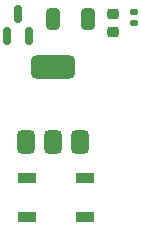
<source format=gtp>
G04 #@! TF.GenerationSoftware,KiCad,Pcbnew,8.0.4*
G04 #@! TF.CreationDate,2024-07-25T21:49:05+08:00*
G04 #@! TF.ProjectId,epd-pcb-ruler,6570642d-7063-4622-9d72-756c65722e6b,rev?*
G04 #@! TF.SameCoordinates,Original*
G04 #@! TF.FileFunction,Paste,Top*
G04 #@! TF.FilePolarity,Positive*
%FSLAX46Y46*%
G04 Gerber Fmt 4.6, Leading zero omitted, Abs format (unit mm)*
G04 Created by KiCad (PCBNEW 8.0.4) date 2024-07-25 21:49:05*
%MOMM*%
%LPD*%
G01*
G04 APERTURE LIST*
G04 Aperture macros list*
%AMRoundRect*
0 Rectangle with rounded corners*
0 $1 Rounding radius*
0 $2 $3 $4 $5 $6 $7 $8 $9 X,Y pos of 4 corners*
0 Add a 4 corners polygon primitive as box body*
4,1,4,$2,$3,$4,$5,$6,$7,$8,$9,$2,$3,0*
0 Add four circle primitives for the rounded corners*
1,1,$1+$1,$2,$3*
1,1,$1+$1,$4,$5*
1,1,$1+$1,$6,$7*
1,1,$1+$1,$8,$9*
0 Add four rect primitives between the rounded corners*
20,1,$1+$1,$2,$3,$4,$5,0*
20,1,$1+$1,$4,$5,$6,$7,0*
20,1,$1+$1,$6,$7,$8,$9,0*
20,1,$1+$1,$8,$9,$2,$3,0*%
G04 Aperture macros list end*
%ADD10RoundRect,0.250000X0.325000X0.650000X-0.325000X0.650000X-0.325000X-0.650000X0.325000X-0.650000X0*%
%ADD11RoundRect,0.375000X0.375000X-0.625000X0.375000X0.625000X-0.375000X0.625000X-0.375000X-0.625000X0*%
%ADD12RoundRect,0.500000X1.400000X-0.500000X1.400000X0.500000X-1.400000X0.500000X-1.400000X-0.500000X0*%
%ADD13RoundRect,0.225000X-0.250000X0.225000X-0.250000X-0.225000X0.250000X-0.225000X0.250000X0.225000X0*%
%ADD14RoundRect,0.150000X0.150000X-0.587500X0.150000X0.587500X-0.150000X0.587500X-0.150000X-0.587500X0*%
%ADD15RoundRect,0.140000X-0.170000X0.140000X-0.170000X-0.140000X0.170000X-0.140000X0.170000X0.140000X0*%
%ADD16R,1.500000X0.900000*%
G04 APERTURE END LIST*
D10*
X124335001Y-94520000D03*
X121384999Y-94520000D03*
D11*
X119040000Y-104930000D03*
X121340000Y-104929999D03*
X123640000Y-104930000D03*
D12*
X121340000Y-98630001D03*
D13*
X126480000Y-94129998D03*
X126480000Y-95679998D03*
D14*
X117460000Y-96017500D03*
X119360000Y-96017500D03*
X118410000Y-94142499D03*
D15*
X128260000Y-93949998D03*
X128260000Y-94909998D03*
D16*
X119190000Y-108030000D03*
X119190000Y-111330000D03*
X124090000Y-111330000D03*
X124090000Y-108030000D03*
M02*

</source>
